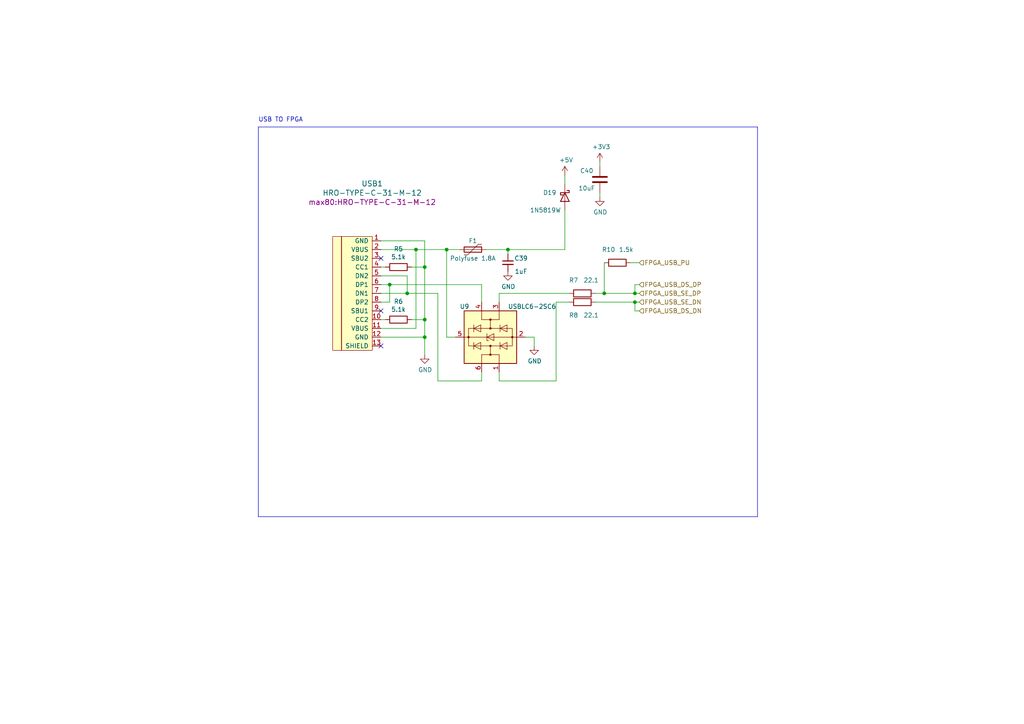
<source format=kicad_sch>
(kicad_sch (version 20230121) (generator eeschema)
  (paper "A4")
  (title_block (title "MAX80") (date "2021-02-22") (rev "0.01") (company "Peter o Per"))
  (lib_symbols
    (symbol "Device:C" (pin_numbers hide) (pin_names (offset 0.254))
      (property "Reference" "C" (at 0.635 2.54 0))
      (property "Value" "Device_C" (at 0.635 -2.54 0))
      (symbol "C_0_1"
        (polyline (pts (xy -2.032 -0.762) (xy 2.032 -0.762)) (stroke (width 0.508)))
        (polyline (pts (xy -2.032 0.762) (xy 2.032 0.762)) (stroke (width 0.508)))
      )
      (symbol "C_1_1"
        (pin passive line (at 0 3.81 270) (length 2.794) (name "~") (number "1"))
        (pin passive line (at 0 -3.81 90) (length 2.794) (name "~") (number "2"))
      )
    )
    (symbol "Device:C_Small" (pin_numbers hide) (pin_names (offset 0.254) hide)
      (property "Reference" "C" (at 0.254 1.778 0))
      (property "Value" "Device_C_Small" (at 0.254 -2.032 0))
      (symbol "C_Small_0_1"
        (polyline (pts (xy -1.524 -0.508) (xy 1.524 -0.508)) (stroke (width 0.3302)))
        (polyline (pts (xy -1.524 0.508) (xy 1.524 0.508)) (stroke (width 0.3048)))
      )
      (symbol "C_Small_1_1"
        (pin passive line (at 0 2.54 270) (length 2.032) (name "~") (number "1"))
        (pin passive line (at 0 -2.54 90) (length 2.032) (name "~") (number "2"))
      )
    )
    (symbol "Device:D_Schottky" (pin_numbers hide) (pin_names (offset 1.016) hide)
      (property "Reference" "D" (at 0 2.54 0))
      (property "Value" "Device_D_Schottky" (at 0 -2.54 0))
      (symbol "D_Schottky_0_1"
        (polyline (pts (xy 1.27 0) (xy -1.27 0)))
        (polyline (pts (xy 1.27 1.27) (xy 1.27 -1.27) (xy -1.27 0) (xy 1.27 1.27)) (stroke (width 0.254)))
        (polyline (pts (xy -1.905 0.635) (xy -1.905 1.27) (xy -1.27 1.27) (xy -1.27 -1.27) (xy -0.635 -1.27) (xy -0.635 -0.635)) (stroke (width 0.254)))
      )
      (symbol "D_Schottky_1_1"
        (pin passive line (at -3.81 0 0) (length 2.54) (name "K") (number "1"))
        (pin passive line (at 3.81 0 180) (length 2.54) (name "A") (number "2"))
      )
    )
    (symbol "Device:Polyfuse" (pin_numbers hide) (pin_names (offset 0))
      (property "Reference" "F" (at -2.54 0 90))
      (property "Value" "Device_Polyfuse" (at 2.54 0 90))
      (symbol "Polyfuse_0_1"
        (rectangle (start -0.762 2.54) (end 0.762 -2.54) (stroke (width 0.254)))
        (polyline (pts (xy 0 2.54) (xy 0 -2.54)))
        (polyline (pts (xy -1.524 2.54) (xy -1.524 1.524) (xy 1.524 -1.524) (xy 1.524 -2.54)))
      )
      (symbol "Polyfuse_1_1"
        (pin passive line (at 0 3.81 270) (length 1.27) (name "~") (number "1"))
        (pin passive line (at 0 -3.81 90) (length 1.27) (name "~") (number "2"))
      )
    )
    (symbol "Device:R" (pin_numbers hide) (pin_names (offset 0))
      (property "Reference" "R" (at 2.032 0 90))
      (property "Value" "Device_R" (at 0 0 90))
      (symbol "R_0_1"
        (rectangle (start -1.016 -2.54) (end 1.016 2.54) (stroke (width 0.254)))
      )
      (symbol "R_1_1"
        (pin passive line (at 0 3.81 270) (length 1.27) (name "~") (number "1"))
        (pin passive line (at 0 -3.81 90) (length 1.27) (name "~") (number "2"))
      )
    )
    (symbol "Power_Protection:USBLC6-2SC6" (pin_names hide)
      (property "Reference" "U" (at 2.54 8.89 0))
      (property "Value" "Power_Protection_USBLC6-2SC6" (at 2.54 -8.89 0))
      (symbol "USBLC6-2SC6_0_1"
        (rectangle (start -7.62 -7.62) (end 7.62 7.62) (stroke (width 0.254)) (fill (type background)))
        (circle (center -5.08 0) (radius 0.254) (fill (type outline)))
        (circle (center -2.54 0) (radius 0.254) (fill (type outline)))
        (rectangle (start -2.54 6.35) (end 2.54 -6.35))
        (circle (center 0 -6.35) (radius 0.254) (fill (type outline)))
        (polyline (pts (xy -5.08 -2.54) (xy -7.62 -2.54)))
        (polyline (pts (xy -5.08 0) (xy -5.08 -2.54)))
        (polyline (pts (xy -5.08 2.54) (xy -7.62 2.54)))
        (polyline (pts (xy -1.524 -2.794) (xy -3.556 -2.794)))
        (polyline (pts (xy -1.524 4.826) (xy -3.556 4.826)))
        (polyline (pts (xy 0 -7.62) (xy 0 -6.35)))
        (polyline (pts (xy 0 -6.35) (xy 0 1.27)))
        (polyline (pts (xy 0 1.27) (xy 0 6.35)))
        (polyline (pts (xy 0 6.35) (xy 0 7.62)))
        (polyline (pts (xy 1.524 -2.794) (xy 3.556 -2.794)))
        (polyline (pts (xy 1.524 4.826) (xy 3.556 4.826)))
        (polyline (pts (xy 5.08 -2.54) (xy 7.62 -2.54)))
        (polyline (pts (xy 5.08 0) (xy 5.08 -2.54)))
        (polyline (pts (xy 5.08 2.54) (xy 7.62 2.54)))
        (polyline (pts (xy -2.54 0) (xy -5.08 0) (xy -5.08 2.54)))
        (polyline (pts (xy 2.54 0) (xy 5.08 0) (xy 5.08 2.54)))
        (polyline (pts (xy -3.556 -4.826) (xy -1.524 -4.826) (xy -2.54 -2.794) (xy -3.556 -4.826)))
        (polyline (pts (xy -3.556 2.794) (xy -1.524 2.794) (xy -2.54 4.826) (xy -3.556 2.794)))
        (polyline (pts (xy -1.016 -1.016) (xy 1.016 -1.016) (xy 0 1.016) (xy -1.016 -1.016)))
        (polyline (pts (xy 1.016 1.016) (xy 0.762 1.016) (xy -1.016 1.016) (xy -1.016 0.508)))
        (polyline (pts (xy 3.556 -4.826) (xy 1.524 -4.826) (xy 2.54 -2.794) (xy 3.556 -4.826)))
        (polyline (pts (xy 3.556 2.794) (xy 1.524 2.794) (xy 2.54 4.826) (xy 3.556 2.794)))
        (circle (center 0 6.35) (radius 0.254) (fill (type outline)))
        (circle (center 2.54 0) (radius 0.254) (fill (type outline)))
        (circle (center 5.08 0) (radius 0.254) (fill (type outline)))
      )
      (symbol "USBLC6-2SC6_1_1"
        (pin passive line (at -10.16 -2.54 0) (length 2.54) (name "I/O1") (number "1"))
        (pin passive line (at 0 -10.16 90) (length 2.54) (name "GND") (number "2"))
        (pin passive line (at 10.16 -2.54 180) (length 2.54) (name "I/O2") (number "3"))
        (pin passive line (at 10.16 2.54 180) (length 2.54) (name "I/O2") (number "4"))
        (pin passive line (at 0 10.16 270) (length 2.54) (name "VBUS") (number "5"))
        (pin passive line (at -10.16 2.54 0) (length 2.54) (name "I/O1") (number "6"))
      )
    )
    (symbol "max80:HRO-TYPE-C-31-M-12" (pin_names (offset 1.016))
      (property "Reference" "USB" (at -5.08 16.51 0))
      (property "Value" "HRO-TYPE-C-31-M-12" (at -10.16 -1.27 90))
      (symbol "HRO-TYPE-C-31-M-12_0_1"
        (rectangle (start -11.43 15.24) (end -8.89 -17.78) (fill (type background)))
        (rectangle (start 0 -17.78) (end -8.89 15.24) (fill (type background)))
      )
      (symbol "HRO-TYPE-C-31-M-12_1_1"
        (pin input line (at 2.54 13.97 180) (length 2.54) (name "GND") (number "1"))
        (pin input line (at 2.54 -8.89 180) (length 2.54) (name "CC2") (number "10"))
        (pin input line (at 2.54 -11.43 180) (length 2.54) (name "VBUS") (number "11"))
        (pin input line (at 2.54 -13.97 180) (length 2.54) (name "GND") (number "12"))
        (pin input line (at 2.54 -16.51 180) (length 2.54) (name "SHIELD") (number "13"))
        (pin input line (at 2.54 11.43 180) (length 2.54) (name "VBUS") (number "2"))
        (pin input line (at 2.54 8.89 180) (length 2.54) (name "SBU2") (number "3"))
        (pin input line (at 2.54 6.35 180) (length 2.54) (name "CC1") (number "4"))
        (pin input line (at 2.54 3.81 180) (length 2.54) (name "DN2") (number "5"))
        (pin input line (at 2.54 1.27 180) (length 2.54) (name "DP1") (number "6"))
        (pin input line (at 2.54 -1.27 180) (length 2.54) (name "DN1") (number "7"))
        (pin input line (at 2.54 -3.81 180) (length 2.54) (name "DP2") (number "8"))
        (pin input line (at 2.54 -6.35 180) (length 2.54) (name "SBU1") (number "9"))
      )
    )
    (symbol "power:+3.3V" (power) (pin_names (offset 0))
      (property "Value" "power_+3.3V" (at 0 3.556 0))
      (symbol "+3.3V_0_1"
        (polyline (pts (xy -0.762 1.27) (xy 0 2.54)))
        (polyline (pts (xy 0 0) (xy 0 2.54)))
        (polyline (pts (xy 0 2.54) (xy 0.762 1.27)))
      )
      (symbol "+3.3V_1_1"
        (pin power_in line (at 0 0 90) (length 0) hide (name "+3V3") (number "1"))
      )
    )
    (symbol "power:+5V" (power) (pin_names (offset 0))
      (property "Value" "power_+5V" (at 0 3.556 0))
      (symbol "+5V_0_1"
        (polyline (pts (xy -0.762 1.27) (xy 0 2.54)))
        (polyline (pts (xy 0 0) (xy 0 2.54)))
        (polyline (pts (xy 0 2.54) (xy 0.762 1.27)))
      )
      (symbol "+5V_1_1"
        (pin power_in line (at 0 0 90) (length 0) hide (name "+5V") (number "1"))
      )
    )
    (symbol "power:GND" (power) (pin_names (offset 0))
      (property "Value" "power_GND" (at 0 -3.81 0))
      (symbol "GND_0_1"
        (polyline (pts (xy 0 0) (xy 0 -1.27) (xy 1.27 -1.27) (xy 0 -2.54) (xy -1.27 -1.27) (xy 0 -1.27)))
      )
      (symbol "GND_1_1"
        (pin power_in line (at 0 0 270) (length 0) hide (name "GND") (number "1"))
      )
    )
  )
  (junction (at 120.65 72.39))
  (junction (at 123.19 92.71))
  (junction (at 147.32 72.39))
  (junction (at 123.19 77.47))
  (junction (at 129.54 72.39))
  (junction (at 113.03 82.55))
  (junction (at 123.19 97.79))
  (junction (at 184.15 85.09))
  (junction (at 184.15 87.63))
  (junction (at 118.11 85.09))
  (junction (at 175.26 85.09))
  (no_connect (at 110.49 100.33))
  (no_connect (at 110.49 90.17))
  (no_connect (at 110.49 74.93))
  (wire (pts (xy 184.15 82.55) (xy 185.42 82.55)))
  (polyline (pts (xy 219.71 36.83) (xy 219.71 149.86)))
  (wire (pts (xy 139.7 110.49) (xy 139.7 107.95)))
  (wire (pts (xy 129.54 97.79) (xy 132.08 97.79)))
  (wire (pts (xy 113.03 82.55) (xy 139.7 82.55)))
  (wire (pts (xy 110.49 69.85) (xy 123.19 69.85)))
  (wire (pts (xy 110.49 87.63) (xy 113.03 87.63)))
  (wire (pts (xy 123.19 69.85) (xy 123.19 77.47)))
  (wire (pts (xy 140.97 72.39) (xy 147.32 72.39)))
  (wire (pts (xy 120.65 72.39) (xy 120.65 95.25)))
  (wire (pts (xy 119.38 77.47) (xy 123.19 77.47)))
  (wire (pts (xy 172.72 85.09) (xy 175.26 85.09)))
  (wire (pts (xy 144.78 85.09) (xy 165.1 85.09)))
  (wire (pts (xy 172.72 87.63) (xy 184.15 87.63)))
  (wire (pts (xy 152.4 97.79) (xy 154.94 97.79)))
  (wire (pts (xy 184.15 85.09) (xy 184.15 82.55)))
  (polyline (pts (xy 219.71 149.86) (xy 74.93 149.86)))
  (wire (pts (xy 110.49 80.01) (xy 118.11 80.01)))
  (wire (pts (xy 173.99 46.99) (xy 173.99 48.26)))
  (wire (pts (xy 110.49 72.39) (xy 120.65 72.39)))
  (polyline (pts (xy 74.93 149.86) (xy 74.93 36.83)))
  (wire (pts (xy 147.32 72.39) (xy 163.83 72.39)))
  (wire (pts (xy 123.19 77.47) (xy 123.19 92.71)))
  (wire (pts (xy 129.54 97.79) (xy 129.54 72.39)))
  (wire (pts (xy 123.19 92.71) (xy 123.19 97.79)))
  (wire (pts (xy 184.15 85.09) (xy 185.42 85.09)))
  (wire (pts (xy 144.78 87.63) (xy 144.78 85.09)))
  (wire (pts (xy 127 85.09) (xy 127 110.49)))
  (wire (pts (xy 175.26 76.2) (xy 175.26 85.09)))
  (wire (pts (xy 182.88 76.2) (xy 185.42 76.2)))
  (wire (pts (xy 184.15 90.17) (xy 185.42 90.17)))
  (wire (pts (xy 110.49 85.09) (xy 118.11 85.09)))
  (wire (pts (xy 110.49 82.55) (xy 113.03 82.55)))
  (wire (pts (xy 110.49 77.47) (xy 111.76 77.47)))
  (wire (pts (xy 119.38 92.71) (xy 123.19 92.71)))
  (wire (pts (xy 118.11 85.09) (xy 127 85.09)))
  (wire (pts (xy 163.83 50.8) (xy 163.83 53.34)))
  (wire (pts (xy 120.65 72.39) (xy 129.54 72.39)))
  (wire (pts (xy 129.54 72.39) (xy 133.35 72.39)))
  (wire (pts (xy 123.19 97.79) (xy 123.19 102.87)))
  (wire (pts (xy 118.11 80.01) (xy 118.11 85.09)))
  (wire (pts (xy 144.78 110.49) (xy 144.78 107.95)))
  (wire (pts (xy 175.26 85.09) (xy 184.15 85.09)))
  (polyline (pts (xy 74.93 36.83) (xy 219.71 36.83)))
  (wire (pts (xy 144.78 110.49) (xy 161.29 110.49)))
  (wire (pts (xy 163.83 60.96) (xy 163.83 72.39)))
  (wire (pts (xy 161.29 87.63) (xy 165.1 87.63)))
  (wire (pts (xy 139.7 82.55) (xy 139.7 87.63)))
  (wire (pts (xy 110.49 92.71) (xy 111.76 92.71)))
  (wire (pts (xy 110.49 97.79) (xy 123.19 97.79)))
  (wire (pts (xy 161.29 110.49) (xy 161.29 87.63)))
  (wire (pts (xy 184.15 87.63) (xy 184.15 90.17)))
  (wire (pts (xy 147.32 72.39) (xy 147.32 73.66)))
  (wire (pts (xy 154.94 97.79) (xy 154.94 100.33)))
  (wire (pts (xy 110.49 95.25) (xy 120.65 95.25)))
  (wire (pts (xy 173.99 55.88) (xy 173.99 57.15)))
  (wire (pts (xy 184.15 87.63) (xy 185.42 87.63)))
  (wire (pts (xy 113.03 87.63) (xy 113.03 82.55)))
  (wire (pts (xy 127 110.49) (xy 139.7 110.49)))
  (text "USB TO FPGA" (at 74.93 35.56 0) (effects (font (size 1.27 1.27)) (justify left bottom)))
  (hierarchical_label "FPGA_USB_SE_DN" (shape input) (at 185.42 87.63 0))
  (hierarchical_label "FPGA_USB_DS_DP" (shape input) (at 185.42 82.55 0))
  (hierarchical_label "FPGA_USB_SE_DP" (shape input) (at 185.42 85.09 0))
  (hierarchical_label "FPGA_USB_PU" (shape input) (at 185.42 76.2 0))
  (hierarchical_label "FPGA_USB_DS_DN" (shape input) (at 185.42 90.17 0))
  (symbol (lib_id "power:GND") (at 173.99 57.15 0) (unit 1)
    (property "Reference" "#PWR016" (effects hide))
    (property "Value" "GND" (at 174.117 61.5442 0))
  )
  (symbol (lib_id "power:GND") (at 147.32 78.74 0) (unit 1)
    (property "Reference" "#PWR013" (effects hide))
    (property "Value" "GND" (at 147.447 83.1342 0))
  )
  (symbol (lib_id "power:GND") (at 154.94 100.33 0) (unit 1)
    (property "Reference" "#PWR015" (effects hide))
    (property "Value" "GND" (at 155.067 104.7242 0))
  )
  (symbol (lib_id "Device:D_Schottky") (at 163.83 57.15 270) (unit 1)
    (property "Reference" "D19" (at 157.48 55.88 90) (effects (justify left)))
    (property "Value" "1N5819W" (at 153.67 60.96 90) (effects (justify left)))
    (property "Footprint" "Diode_SMD:D_SOD-123" (effects hide))
    (property "LCSC" "C963381" (effects hide))
  )
  (symbol (lib_id "power:+5V") (at 163.83 50.8 0) (unit 1)
    (property "Reference" "#PWR0155" (effects hide))
    (property "Value" "+5V" (at 164.211 46.4058 0))
  )
  (symbol (lib_id "power:GND") (at 123.19 102.87 0) (unit 1)
    (property "Reference" "#PWR011" (effects hide))
    (property "Value" "GND" (at 123.317 107.2642 0))
  )
  (symbol (lib_id "Device:R") (at 115.57 92.71 270) (unit 1)
    (property "Reference" "R6" (at 115.57 87.4522 90))
    (property "Value" "5.1k" (at 115.57 89.7636 90))
    (property "Footprint" "Resistor_SMD:R_0402_1005Metric" (effects hide))
    (property "LCSC" "C25905" (effects hide))
  )
  (symbol (lib_id "Device:R") (at 115.57 77.47 270) (unit 1)
    (property "Reference" "R5" (at 115.57 72.2122 90))
    (property "Value" "5.1k" (at 115.57 74.5236 90))
    (property "Footprint" "Resistor_SMD:R_0402_1005Metric" (effects hide))
    (property "LCSC" "C25905" (effects hide))
  )
  (symbol (lib_id "max80:HRO-TYPE-C-31-M-12") (at 107.95 83.82 0) (unit 1)
    (property "Reference" "USB1" (at 107.95 53.2638 0) (effects (font (size 1.524 1.524))))
    (property "Value" "HRO-TYPE-C-31-M-12" (at 107.95 55.9562 0) (effects (font (size 1.524 1.524))))
    (property "Footprint" "max80:HRO-TYPE-C-31-M-12" (at 107.95 58.6486 0) (effects (font (size 1.524 1.524))))
    (property "Datasheet" "https://datasheet.lcsc.com/szlcsc/1811131825_Korean-Hroparts-Elec-TYPE-C-31-M-12_C165948.pdf" (effects hide))
    (property "LCSC" "C165948" (effects hide))
  )
  (symbol (lib_id "Power_Protection:USBLC6-2SC6") (at 142.24 97.79 90) (unit 1)
    (property "Reference" "U9" (at 133.35 88.9 90) (effects (justify right)))
    (property "Value" "USBLC6-2SC6" (at 147.32 88.9 90) (effects (justify right)))
    (property "Footprint" "Package_TO_SOT_SMD:SOT-23-6" (effects hide))
    (property "LCSC" "C7519" (effects hide))
  )
  (symbol (lib_id "Device:Polyfuse") (at 137.16 72.39 270) (unit 1)
    (property "Reference" "F1" (at 137.16 69.85 90))
    (property "Value" "Polyfuse 1.8A" (at 137.16 74.93 90))
    (property "Footprint" "max80:Fuse_1206_3216Metric" (effects hide))
    (property "Datasheet" "https://datasheet.lcsc.com/szlcsc/1811141110_TECHFUSE-nSMD020-30V_C69680.pdf" (effects hide))
    (property "LCSC" "C70082" (effects hide))
  )
  (symbol (lib_id "Device:C_Small") (at 147.32 76.2 0) (mirror y) (unit 1)
    (property "Reference" "C39" (at 151.13 74.93 0))
    (property "Value" "1uF" (at 151.13 78.74 0))
    (property "Footprint" "Capacitor_SMD:C_0805_2012Metric" (effects hide))
    (property "LCSC" "C28323" (effects hide))
  )
  (symbol (lib_id "Device:C") (at 173.99 52.07 0) (unit 1)
    (property "Reference" "C40" (at 170.18 49.53 0))
    (property "Value" "10uF" (at 170.18 54.61 0))
    (property "Footprint" "Capacitor_SMD:C_0805_2012Metric" (effects hide))
    (property "LCSC" "C15850" (effects hide))
  )
  (symbol (lib_id "Device:R") (at 179.07 76.2 270) (unit 1)
    (property "Reference" "R10" (at 176.53 72.39 90))
    (property "Value" "1.5k" (at 181.61 72.39 90))
    (property "Footprint" "Resistor_SMD:R_0603_1608Metric" (effects hide))
    (property "LCSC" "C22843" (effects hide))
  )
  (symbol (lib_id "Device:R") (at 168.91 85.09 270) (unit 1)
    (property "Reference" "R7" (at 166.37 81.28 90))
    (property "Value" "22.1" (at 171.45 81.28 90))
    (property "Footprint" "Resistor_SMD:R_0603_1608Metric" (effects hide))
    (property "LCSC" "C22958" (effects hide))
  )
  (symbol (lib_id "Device:R") (at 168.91 87.63 270) (unit 1)
    (property "Reference" "R8" (at 166.37 91.44 90))
    (property "Value" "22.1" (at 171.45 91.44 90))
    (property "Footprint" "Resistor_SMD:R_0603_1608Metric" (effects hide))
    (property "LCSC" "C22958" (effects hide))
  )
  (symbol (lib_id "power:+3.3V") (at 173.99 46.99 0) (unit 1)
    (property "Reference" "#PWR0198" (effects hide))
    (property "Value" "+3.3V" (at 174.371 42.5958 0))
  )
)
</source>
